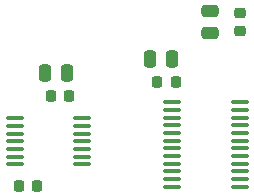
<source format=gbr>
G04 #@! TF.GenerationSoftware,KiCad,Pcbnew,8.0.6*
G04 #@! TF.CreationDate,2025-01-16T18:08:50-08:00*
G04 #@! TF.ProjectId,levitas,6c657669-7461-4732-9e6b-696361645f70,rev?*
G04 #@! TF.SameCoordinates,Original*
G04 #@! TF.FileFunction,Paste,Top*
G04 #@! TF.FilePolarity,Positive*
%FSLAX46Y46*%
G04 Gerber Fmt 4.6, Leading zero omitted, Abs format (unit mm)*
G04 Created by KiCad (PCBNEW 8.0.6) date 2025-01-16 18:08:50*
%MOMM*%
%LPD*%
G01*
G04 APERTURE LIST*
G04 Aperture macros list*
%AMRoundRect*
0 Rectangle with rounded corners*
0 $1 Rounding radius*
0 $2 $3 $4 $5 $6 $7 $8 $9 X,Y pos of 4 corners*
0 Add a 4 corners polygon primitive as box body*
4,1,4,$2,$3,$4,$5,$6,$7,$8,$9,$2,$3,0*
0 Add four circle primitives for the rounded corners*
1,1,$1+$1,$2,$3*
1,1,$1+$1,$4,$5*
1,1,$1+$1,$6,$7*
1,1,$1+$1,$8,$9*
0 Add four rect primitives between the rounded corners*
20,1,$1+$1,$2,$3,$4,$5,0*
20,1,$1+$1,$4,$5,$6,$7,0*
20,1,$1+$1,$6,$7,$8,$9,0*
20,1,$1+$1,$8,$9,$2,$3,0*%
G04 Aperture macros list end*
%ADD10RoundRect,0.250000X-0.475000X0.250000X-0.475000X-0.250000X0.475000X-0.250000X0.475000X0.250000X0*%
%ADD11RoundRect,0.100000X-0.637500X-0.100000X0.637500X-0.100000X0.637500X0.100000X-0.637500X0.100000X0*%
%ADD12RoundRect,0.225000X0.225000X0.250000X-0.225000X0.250000X-0.225000X-0.250000X0.225000X-0.250000X0*%
%ADD13RoundRect,0.250000X0.250000X0.475000X-0.250000X0.475000X-0.250000X-0.475000X0.250000X-0.475000X0*%
%ADD14RoundRect,0.100000X0.637500X0.100000X-0.637500X0.100000X-0.637500X-0.100000X0.637500X-0.100000X0*%
%ADD15RoundRect,0.250000X-0.250000X-0.475000X0.250000X-0.475000X0.250000X0.475000X-0.250000X0.475000X0*%
%ADD16RoundRect,0.225000X-0.225000X-0.250000X0.225000X-0.250000X0.225000X0.250000X-0.225000X0.250000X0*%
%ADD17RoundRect,0.225000X-0.250000X0.225000X-0.250000X-0.225000X0.250000X-0.225000X0.250000X0.225000X0*%
G04 APERTURE END LIST*
D10*
G04 #@! TO.C,C6*
X115570000Y-71440000D03*
X115570000Y-73340000D03*
G04 #@! TD*
D11*
G04 #@! TO.C,U2*
X112380000Y-79210000D03*
X112380000Y-79860000D03*
X112380000Y-80510000D03*
X112380000Y-81160000D03*
X112380000Y-81810000D03*
X112380000Y-82460000D03*
X112380000Y-83110000D03*
X112380000Y-83760000D03*
X112380000Y-84410000D03*
X112380000Y-85060000D03*
X112380000Y-85710000D03*
X112380000Y-86360000D03*
X118105000Y-86360000D03*
X118105000Y-85710000D03*
X118105000Y-85060000D03*
X118105000Y-84410000D03*
X118105000Y-83760000D03*
X118105000Y-83110000D03*
X118105000Y-82460000D03*
X118105000Y-81810000D03*
X118105000Y-81160000D03*
X118105000Y-80510000D03*
X118105000Y-79860000D03*
X118105000Y-79210000D03*
G04 #@! TD*
D12*
G04 #@! TO.C,C2*
X103640000Y-78650000D03*
X102090000Y-78650000D03*
G04 #@! TD*
D13*
G04 #@! TO.C,C3*
X103495000Y-76745000D03*
X101595000Y-76745000D03*
G04 #@! TD*
D14*
G04 #@! TO.C,U4*
X104770000Y-84455000D03*
X104770000Y-83805000D03*
X104770000Y-83155000D03*
X104770000Y-82505000D03*
X104770000Y-81855000D03*
X104770000Y-81205000D03*
X104770000Y-80555000D03*
X99045000Y-80555000D03*
X99045000Y-81205000D03*
X99045000Y-81855000D03*
X99045000Y-82505000D03*
X99045000Y-83155000D03*
X99045000Y-83805000D03*
X99045000Y-84455000D03*
G04 #@! TD*
D15*
G04 #@! TO.C,C8*
X110490000Y-75565000D03*
X112390000Y-75565000D03*
G04 #@! TD*
D16*
G04 #@! TO.C,C7*
X111120000Y-77470000D03*
X112670000Y-77470000D03*
G04 #@! TD*
G04 #@! TO.C,C1*
X99410000Y-86270000D03*
X100960000Y-86270000D03*
G04 #@! TD*
D17*
G04 #@! TO.C,C5*
X118110000Y-71615000D03*
X118110000Y-73165000D03*
G04 #@! TD*
M02*

</source>
